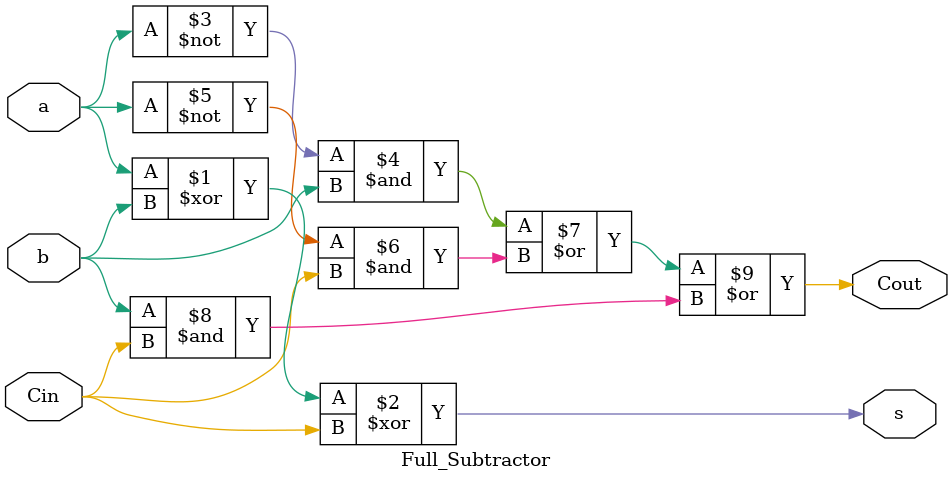
<source format=v>
module Full_Subtractor(a, b, s, Cin, Cout);

    input a, b, Cin;
    output s, Cout;

    assign s = a ^ b ^ Cin;
    assign Cout = (~a & b) | (~a & Cin) | (b & Cin); 
endmodule
</source>
